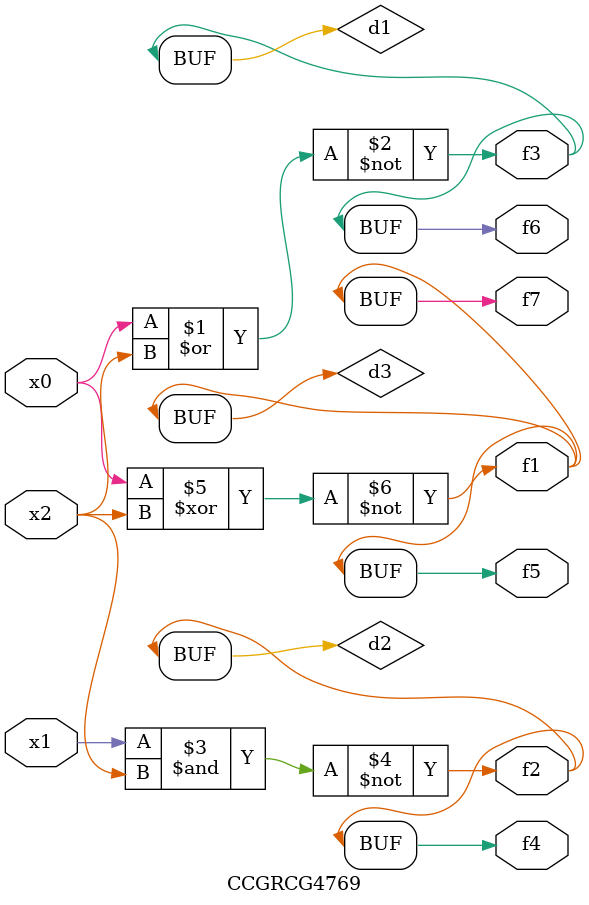
<source format=v>
module CCGRCG4769(
	input x0, x1, x2,
	output f1, f2, f3, f4, f5, f6, f7
);

	wire d1, d2, d3;

	nor (d1, x0, x2);
	nand (d2, x1, x2);
	xnor (d3, x0, x2);
	assign f1 = d3;
	assign f2 = d2;
	assign f3 = d1;
	assign f4 = d2;
	assign f5 = d3;
	assign f6 = d1;
	assign f7 = d3;
endmodule

</source>
